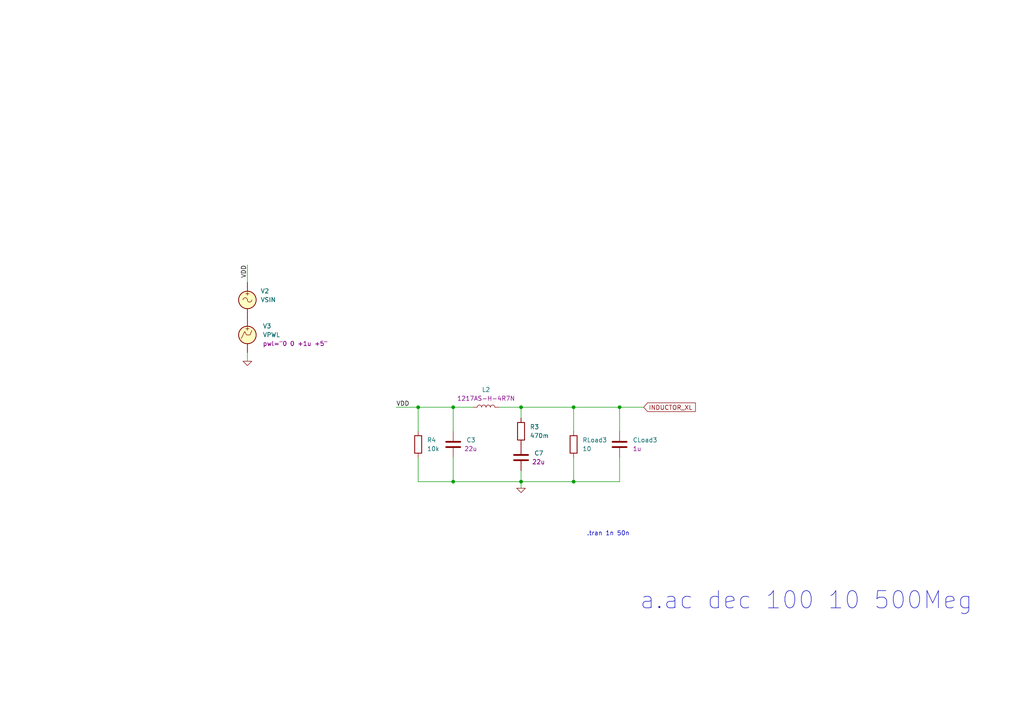
<source format=kicad_sch>
(kicad_sch (version 20230121) (generator eeschema)
  (paper "A4")
  (lib_symbols
    (symbol "Device:C" (pin_numbers hide) (pin_names (offset 0.254))
      (property "Reference" "C" (at 0.635 2.54 0))
      (property "Value" "C" (at 0.635 -2.54 0))
      (symbol "C_0_1"
        (polyline (pts (xy -2.032 -0.762) (xy 2.032 -0.762)) (stroke (width 0.508)))
        (polyline (pts (xy -2.032 0.762) (xy 2.032 0.762)) (stroke (width 0.508)))
      )
      (symbol "C_1_1"
        (pin passive line (at 0 3.81 270) (length 2.794) (name "~") (number "1"))
        (pin passive line (at 0 -3.81 90) (length 2.794) (name "~") (number "2"))
      )
    )
    (symbol "Device:L" (pin_numbers hide) (pin_names (offset 1.016) hide)
      (property "Reference" "L" (at -1.27 0 90))
      (property "Value" "L" (at 1.905 0 90))
      (symbol "L_0_1"
        (arc (start 0 -2.54) (mid 0.6323 -1.905) (end 0 -1.27))
        (arc (start 0 -1.27) (mid 0.6323 -0.635) (end 0 0))
        (arc (start 0 0) (mid 0.6323 0.635) (end 0 1.27))
        (arc (start 0 1.27) (mid 0.6323 1.905) (end 0 2.54))
      )
      (symbol "L_1_1"
        (pin passive line (at 0 3.81 270) (length 1.27) (name "1") (number "1"))
        (pin passive line (at 0 -3.81 90) (length 1.27) (name "2") (number "2"))
      )
    )
    (symbol "Device:R" (pin_numbers hide) (pin_names (offset 0))
      (property "Reference" "R" (at 2.032 0 90))
      (property "Value" "R" (at 0 0 90))
      (symbol "R_0_1"
        (rectangle (start -1.016 -2.54) (end 1.016 2.54) (stroke (width 0.254)))
      )
      (symbol "R_1_1"
        (pin passive line (at 0 3.81 270) (length 1.27) (name "~") (number "1"))
        (pin passive line (at 0 -3.81 90) (length 1.27) (name "~") (number "2"))
      )
    )
    (symbol "Simulation_SPICE:0" (power) (pin_names (offset 0))
      (property "Value" "0" (at 0 -1.778 0))
      (symbol "0_0_1"
        (polyline (pts (xy -1.27 0) (xy 0 -1.27) (xy 1.27 0) (xy -1.27 0)))
      )
      (symbol "0_1_1"
        (pin power_in line (at 0 0 0) (length 0) hide (name "0") (number "1"))
      )
    )
    (symbol "Simulation_SPICE:VPWL" (pin_numbers hide) (pin_names (offset 0.0254))
      (property "Reference" "V" (at 2.54 2.54 0))
      (property "Value" "VPWL" (at 2.54 0 0))
      (property "Sim.Params" "pwl=\"0 -1 50n -1 51n 0 97n 1 171n -1 200n -1\"" (at 2.54 -2.54 0))
      (symbol "VPWL_0_0"
        (polyline (pts (xy -1.778 -1.016) (xy -0.762 1.016) (xy -0.254 0) (xy 0.762 0) (xy 1.27 1.27)))
        (text "+" (at 0 1.905 0) (effects (font (size 1.27 1.27))))
      )
      (symbol "VPWL_0_1"
        (circle (center 0 0) (radius 2.54) (stroke (width 0.254)) (fill (type background)))
      )
      (symbol "VPWL_1_1"
        (pin passive line (at 0 5.08 270) (length 2.54) (name "~") (number "1"))
        (pin passive line (at 0 -5.08 90) (length 2.54) (name "~") (number "2"))
      )
    )
    (symbol "Simulation_SPICE:VSIN" (pin_numbers hide) (pin_names (offset 0.0254))
      (property "Reference" "V" (at 2.54 2.54 0))
      (property "Value" "VSIN" (at 2.54 0 0))
      (property "Sim.Params" "dc=0 ampl=1 f=1k ac=1" (at 2.54 -2.54 0))
      (symbol "VSIN_0_0"
        (arc (start 0 0) (mid -0.635 0.6323) (end -1.27 0))
        (arc (start 0 0) (mid 0.635 -0.6323) (end 1.27 0))
        (text "+" (at 0 1.905 0) (effects (font (size 1.27 1.27))))
      )
      (symbol "VSIN_0_1"
        (circle (center 0 0) (radius 2.54) (stroke (width 0.254)) (fill (type background)))
      )
      (symbol "VSIN_1_1"
        (pin passive line (at 0 5.08 270) (length 2.54) (name "~") (number "1"))
        (pin passive line (at 0 -5.08 90) (length 2.54) (name "~") (number "2"))
      )
    )
  )
  (junction (at 166.37 139.7))
  (junction (at 151.13 139.7))
  (junction (at 179.705 118.11))
  (junction (at 131.445 118.11))
  (junction (at 121.285 118.11))
  (junction (at 151.13 118.11))
  (junction (at 166.37 118.11))
  (junction (at 131.445 139.7))
  (wire (pts (xy 121.285 118.11) (xy 131.445 118.11)))
  (wire (pts (xy 144.78 118.11) (xy 151.13 118.11)))
  (wire (pts (xy 166.37 139.7) (xy 151.13 139.7)))
  (wire (pts (xy 121.285 118.11) (xy 121.285 125.095)))
  (wire (pts (xy 114.935 118.11) (xy 121.285 118.11)))
  (wire (pts (xy 71.755 102.235) (xy 71.755 104.775)))
  (wire (pts (xy 121.285 139.7) (xy 131.445 139.7)))
  (wire (pts (xy 131.445 118.11) (xy 137.16 118.11)))
  (wire (pts (xy 131.445 132.715) (xy 131.445 139.7)))
  (wire (pts (xy 151.13 118.11) (xy 151.13 121.285)))
  (wire (pts (xy 179.705 118.11) (xy 186.69 118.11)))
  (wire (pts (xy 131.445 118.11) (xy 131.445 125.095)))
  (wire (pts (xy 166.37 118.11) (xy 179.705 118.11)))
  (wire (pts (xy 179.705 132.715) (xy 179.705 139.7)))
  (wire (pts (xy 151.13 118.11) (xy 166.37 118.11)))
  (wire (pts (xy 71.755 76.835) (xy 71.755 81.915)))
  (wire (pts (xy 131.445 139.7) (xy 151.13 139.7)))
  (wire (pts (xy 166.37 132.715) (xy 166.37 139.7)))
  (wire (pts (xy 151.13 139.7) (xy 151.13 141.605)))
  (wire (pts (xy 179.705 139.7) (xy 166.37 139.7)))
  (wire (pts (xy 151.13 139.7) (xy 151.13 136.525)))
  (wire (pts (xy 179.705 118.11) (xy 179.705 125.095)))
  (wire (pts (xy 121.285 132.715) (xy 121.285 139.7)))
  (wire (pts (xy 166.37 118.11) (xy 166.37 125.095)))
  (text "a.ac dec 100 10 500Meg" (at 185.42 177.165 0) (effects (font (size 5 5)) (justify left bottom)))
  (text ".tran 1n 50n" (at 170.18 155.575 0) (effects (font (size 1.27 1.27)) (justify left bottom)))
  (label "VDD" (at 114.935 118.11 0))
  (label "VDD" (at 71.755 76.835 270))
  (global_label "INDUCTOR_XL" (shape input) (at 186.69 118.11 0) (property "Intersheetrefs" "${INTERSHEET_REFS}" (effects hide)))
  (symbol (lib_id "Simulation_SPICE:0") (at 71.755 104.775 0) (unit 1)
    (property "Reference" "#GND01" (effects hide))
    (property "Value" "0" (effects hide))
  )
  (symbol (lib_id "Device:C") (at 179.705 128.905 0) (unit 1)
    (property "Reference" "CLoad3" (at 183.515 127.635 0) (effects (justify left)))
    (property "Value" "${SIM.PARAMS}" (effects hide))
    (property "Datasheet" "1u" (at 184.785 130.175 0))
    (property "Sim.Device" "SUBCKT" (effects hide))
    (property "Sim.Pins" "1=port1 2=port2" (effects hide))
    (property "Sim.Library" "SPICEModels/MURATA_1uF.lib" (effects hide))
    (property "Sim.Name" "GRM219R7YA105KA12_DC0V_25degC" (effects hide))
  )
  (symbol (lib_id "Device:R") (at 121.285 128.905 0) (unit 1)
    (property "Reference" "R4" (at 123.825 127.635 0) (effects (justify left)))
    (property "Value" "10k" (at 123.825 130.175 0) (effects (justify left)))
  )
  (symbol (lib_id "Device:C") (at 131.445 128.905 0) (unit 1)
    (property "Reference" "C3" (at 135.255 127.635 0) (effects (justify left)))
    (property "Value" "${SIM.PARAMS}" (effects hide))
    (property "Datasheet" "22u" (at 136.525 130.175 0))
    (property "Sim.Device" "SUBCKT" (effects hide))
    (property "Sim.Pins" "1=port1 2=port2" (effects hide))
    (property "Sim.Library" "SPICEModels/MURATA_22uF.lib" (effects hide))
    (property "Sim.Name" "GRM31CR71A226KE15_DC0V_25degC" (effects hide))
  )
  (symbol (lib_id "Device:R") (at 166.37 128.905 0) (unit 1)
    (property "Reference" "RLoad3" (at 168.91 127.635 0) (effects (justify left)))
    (property "Value" "10" (at 168.91 130.175 0) (effects (justify left)))
  )
  (symbol (lib_id "Simulation_SPICE:0") (at 151.13 141.605 0) (unit 1)
    (property "Reference" "#GND04" (effects hide))
    (property "Value" "0" (effects hide))
  )
  (symbol (lib_id "Device:C") (at 151.13 132.715 0) (unit 1)
    (property "Reference" "C7" (at 154.94 131.445 0) (effects (justify left)))
    (property "Value" "${SIM.PARAMS}" (effects hide))
    (property "Datasheet" "22u" (at 156.21 133.985 0))
    (property "Sim.Device" "SUBCKT" (effects hide))
    (property "Sim.Pins" "1=port1 2=port2" (effects hide))
    (property "Sim.Library" "SPICEModels/MURATA_22uF.lib" (effects hide))
    (property "Sim.Name" "GRM31CR71A226KE15_DC0V_25degC" (effects hide))
  )
  (symbol (lib_id "Simulation_SPICE:VSIN") (at 71.755 86.995 0) (unit 1)
    (property "Reference" "V2" (at 75.565 84.4192 0) (effects (justify left)))
    (property "Value" "VSIN" (at 75.565 86.9592 0) (effects (justify left)))
    (property "Sim.Pins" "1=+ 2=-" (effects hide))
    (property "Sim.Params" "dc=0 ampl=100m f=150k td=0 theta=0 phase=0 ac=1" (effects hide))
    (property "Sim.Type" "SIN" (effects hide))
    (property "Sim.Device" "V" (effects hide))
  )
  (symbol (lib_id "Device:R") (at 151.13 125.095 0) (unit 1)
    (property "Reference" "R3" (at 153.67 123.825 0) (effects (justify left)))
    (property "Value" "470m" (at 153.67 126.365 0) (effects (justify left)))
  )
  (symbol (lib_id "Device:L") (at 140.97 118.11 90) (unit 1)
    (property "Reference" "L2" (at 140.97 113.03 90))
    (property "Value" "${SIM.PARAMS}" (effects hide))
    (property "Datasheet" "1217AS-H-4R7N" (at 140.97 115.57 90))
    (property "Sim.Device" "SUBCKT" (effects hide))
    (property "Sim.Pins" "1=port1 2=port2" (effects hide))
    (property "Sim.Library" "SPICEModels/1217AS-H-4R7N.lib" (effects hide))
    (property "Sim.Name" "1217AS-H-4R7N" (effects hide))
  )
  (symbol (lib_id "Simulation_SPICE:VPWL") (at 71.755 97.155 0) (unit 1)
    (property "Reference" "V3" (at 76.2 94.5792 0) (effects (justify left)))
    (property "Value" "VPWL" (at 76.2 97.1192 0) (effects (justify left)))
    (property "Sim.Pins" "1=+ 2=-" (effects hide))
    (property "Sim.Device" "V" (effects hide))
    (property "Sim.Params" "pwl=\"0 0 +1u +5\"" (at 76.2 99.6592 0) (effects (justify left)))
    (property "Sim.Type" "PWL" (effects hide))
  )
)
</source>
